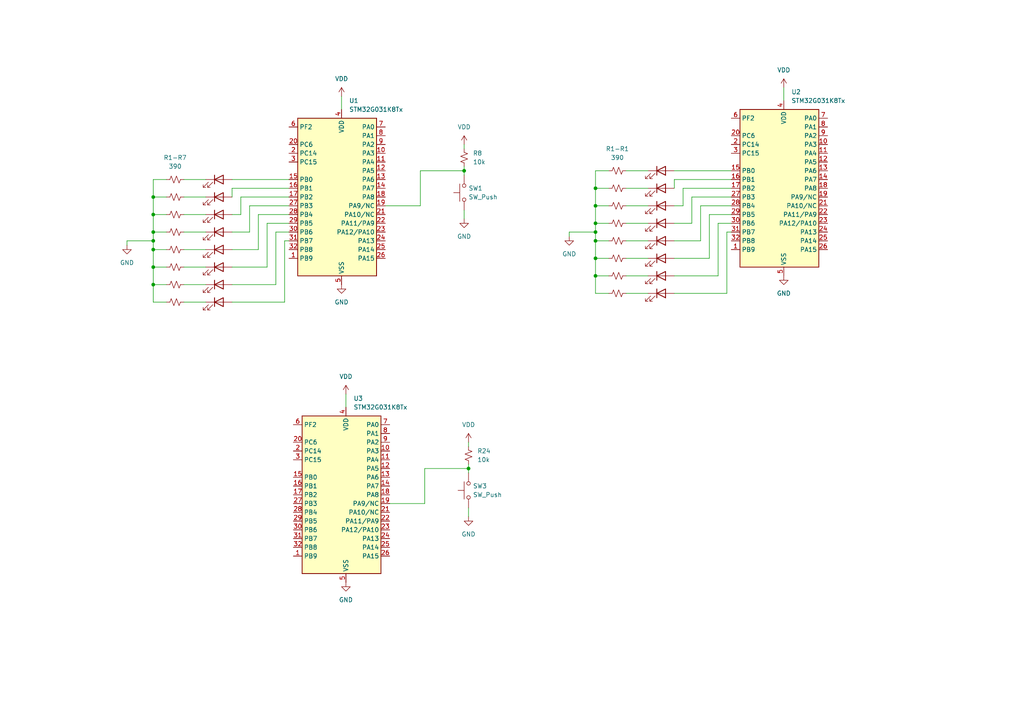
<source format=kicad_sch>
(kicad_sch (version 20230121) (generator eeschema)
  (paper "A4")
  (lib_symbols
    (symbol "Device:LED" (pin_numbers hide) (pin_names (offset 1.016) hide)
      (property "Reference" "D" (at 0 2.54 0))
      (property "Value" "LED" (at 0 -2.54 0))
      (symbol "LED_0_1"
        (polyline (pts (xy -1.27 -1.27) (xy -1.27 1.27)) (stroke (width 0.254)))
        (polyline (pts (xy -1.27 0) (xy 1.27 0)))
        (polyline (pts (xy 1.27 -1.27) (xy 1.27 1.27) (xy -1.27 0) (xy 1.27 -1.27)) (stroke (width 0.254)))
        (polyline (pts (xy -3.048 -0.762) (xy -4.572 -2.286) (xy -3.81 -2.286) (xy -4.572 -2.286) (xy -4.572 -1.524)))
        (polyline (pts (xy -1.778 -0.762) (xy -3.302 -2.286) (xy -2.54 -2.286) (xy -3.302 -2.286) (xy -3.302 -1.524)))
      )
      (symbol "LED_1_1"
        (pin passive line (at -3.81 0 0) (length 2.54) (name "K") (number "1"))
        (pin passive line (at 3.81 0 180) (length 2.54) (name "A") (number "2"))
      )
    )
    (symbol "Device:R_Small_US" (pin_numbers hide) (pin_names (offset 0.254) hide)
      (property "Reference" "R" (at 0.762 0.508 0))
      (property "Value" "R_Small_US" (at 0.762 -1.016 0))
      (symbol "R_Small_US_1_1"
        (polyline (pts (xy 0 0) (xy 1.016 -0.381) (xy 0 -0.762) (xy -1.016 -1.143) (xy 0 -1.524)))
        (polyline (pts (xy 0 1.524) (xy 1.016 1.143) (xy 0 0.762) (xy -1.016 0.381) (xy 0 0)))
        (pin passive line (at 0 2.54 270) (length 1.016) (name "~") (number "1"))
        (pin passive line (at 0 -2.54 90) (length 1.016) (name "~") (number "2"))
      )
    )
    (symbol "MCU_ST_STM32G0:STM32G031K8Tx"
      (property "Reference" "U" (at -10.16 24.13 0))
      (property "Value" "STM32G031K8Tx" (at 5.08 24.13 0))
      (symbol "STM32G031K8Tx_0_1"
        (rectangle (start -10.16 -22.86) (end 12.7 22.86) (stroke (width 0.254)) (fill (type background)))
      )
      (symbol "STM32G031K8Tx_1_1"
        (pin bidirectional line (at -12.7 -17.78 0) (length 2.54) (name "PB9") (number "1"))
        (pin bidirectional line (at 15.24 12.7 180) (length 2.54) (name "PA3") (number "10"))
        (pin bidirectional line (at 15.24 10.16 180) (length 2.54) (name "PA4") (number "11"))
        (pin bidirectional line (at 15.24 7.62 180) (length 2.54) (name "PA5") (number "12"))
        (pin bidirectional line (at 15.24 5.08 180) (length 2.54) (name "PA6") (number "13"))
        (pin bidirectional line (at 15.24 2.54 180) (length 2.54) (name "PA7") (number "14"))
        (pin bidirectional line (at -12.7 5.08 0) (length 2.54) (name "PB0") (number "15"))
        (pin bidirectional line (at -12.7 2.54 0) (length 2.54) (name "PB1") (number "16"))
        (pin bidirectional line (at -12.7 0 0) (length 2.54) (name "PB2") (number "17"))
        (pin bidirectional line (at 15.24 0 180) (length 2.54) (name "PA8") (number "18"))
        (pin bidirectional line (at 15.24 -2.54 180) (length 2.54) (name "PA9/NC") (number "19"))
        (pin bidirectional line (at -12.7 12.7 0) (length 2.54) (name "PC14") (number "2"))
        (pin bidirectional line (at -12.7 15.24 0) (length 2.54) (name "PC6") (number "20"))
        (pin bidirectional line (at 15.24 -5.08 180) (length 2.54) (name "PA10/NC") (number "21"))
        (pin bidirectional line (at 15.24 -7.62 180) (length 2.54) (name "PA11/PA9") (number "22"))
        (pin bidirectional line (at 15.24 -10.16 180) (length 2.54) (name "PA12/PA10") (number "23"))
        (pin bidirectional line (at 15.24 -12.7 180) (length 2.54) (name "PA13") (number "24"))
        (pin bidirectional line (at 15.24 -15.24 180) (length 2.54) (name "PA14") (number "25"))
        (pin bidirectional line (at 15.24 -17.78 180) (length 2.54) (name "PA15") (number "26"))
        (pin bidirectional line (at -12.7 -2.54 0) (length 2.54) (name "PB3") (number "27"))
        (pin bidirectional line (at -12.7 -5.08 0) (length 2.54) (name "PB4") (number "28"))
        (pin bidirectional line (at -12.7 -7.62 0) (length 2.54) (name "PB5") (number "29"))
        (pin bidirectional line (at -12.7 10.16 0) (length 2.54) (name "PC15") (number "3"))
        (pin bidirectional line (at -12.7 -10.16 0) (length 2.54) (name "PB6") (number "30"))
        (pin bidirectional line (at -12.7 -12.7 0) (length 2.54) (name "PB7") (number "31"))
        (pin bidirectional line (at -12.7 -15.24 0) (length 2.54) (name "PB8") (number "32"))
        (pin power_in line (at 2.54 25.4 270) (length 2.54) (name "VDD") (number "4"))
        (pin power_in line (at 2.54 -25.4 90) (length 2.54) (name "VSS") (number "5"))
        (pin bidirectional line (at -12.7 20.32 0) (length 2.54) (name "PF2") (number "6"))
        (pin bidirectional line (at 15.24 20.32 180) (length 2.54) (name "PA0") (number "7"))
        (pin bidirectional line (at 15.24 17.78 180) (length 2.54) (name "PA1") (number "8"))
        (pin bidirectional line (at 15.24 15.24 180) (length 2.54) (name "PA2") (number "9"))
      )
    )
    (symbol "Switch:SW_Push" (pin_numbers hide) (pin_names (offset 1.016) hide)
      (property "Reference" "SW" (at 1.27 2.54 0))
      (property "Value" "SW_Push" (at 0 -1.524 0))
      (symbol "SW_Push_0_1"
        (circle (center -2.032 0) (radius 0.508))
        (polyline (pts (xy 0 1.27) (xy 0 3.048)))
        (polyline (pts (xy 2.54 1.27) (xy -2.54 1.27)))
        (circle (center 2.032 0) (radius 0.508))
        (pin passive line (at -5.08 0 0) (length 2.54) (name "1") (number "1"))
        (pin passive line (at 5.08 0 180) (length 2.54) (name "2") (number "2"))
      )
    )
    (symbol "power:GND" (power) (pin_names (offset 0))
      (property "Value" "GND" (at 0 -3.81 0))
      (symbol "GND_0_1"
        (polyline (pts (xy 0 0) (xy 0 -1.27) (xy 1.27 -1.27) (xy 0 -2.54) (xy -1.27 -1.27) (xy 0 -1.27)))
      )
      (symbol "GND_1_1"
        (pin power_in line (at 0 0 270) (length 0) hide (name "GND") (number "1"))
      )
    )
    (symbol "power:VDD" (power) (pin_names (offset 0))
      (property "Value" "VDD" (at 0 3.81 0))
      (symbol "VDD_0_1"
        (polyline (pts (xy -0.762 1.27) (xy 0 2.54)))
        (polyline (pts (xy 0 0) (xy 0 2.54)))
        (polyline (pts (xy 0 2.54) (xy 0.762 1.27)))
      )
      (symbol "VDD_1_1"
        (pin power_in line (at 0 0 90) (length 0) hide (name "VDD") (number "1"))
      )
    )
  )
  (junction (at 135.89 135.89))
  (junction (at 172.72 80.01))
  (junction (at 172.72 67.31))
  (junction (at 44.45 82.55))
  (junction (at 172.72 69.85))
  (junction (at 172.72 74.93))
  (junction (at 172.72 59.69))
  (junction (at 44.45 57.15))
  (junction (at 172.72 54.61))
  (junction (at 44.45 67.31))
  (junction (at 172.72 64.77))
  (junction (at 44.45 69.85))
  (junction (at 44.45 72.39))
  (junction (at 44.45 62.23))
  (junction (at 134.62 49.53))
  (junction (at 44.45 77.47))
  (wire (pts (xy 212.09 64.77) (xy 208.28 64.77)))
  (wire (pts (xy 80.01 67.31) (xy 80.01 82.55)))
  (wire (pts (xy 53.34 57.15) (xy 59.69 57.15)))
  (wire (pts (xy 205.74 62.23) (xy 205.74 74.93)))
  (wire (pts (xy 227.33 25.4) (xy 227.33 29.21)))
  (wire (pts (xy 181.61 80.01) (xy 187.96 80.01)))
  (wire (pts (xy 53.34 62.23) (xy 59.69 62.23)))
  (wire (pts (xy 134.62 43.18) (xy 134.62 41.91)))
  (wire (pts (xy 83.82 62.23) (xy 74.93 62.23)))
  (wire (pts (xy 72.39 67.31) (xy 72.39 59.69)))
  (wire (pts (xy 44.45 87.63) (xy 48.26 87.63)))
  (wire (pts (xy 121.92 49.53) (xy 134.62 49.53)))
  (wire (pts (xy 195.58 54.61) (xy 195.58 52.07)))
  (wire (pts (xy 135.89 129.54) (xy 135.89 128.27)))
  (wire (pts (xy 44.45 77.47) (xy 44.45 82.55)))
  (wire (pts (xy 210.82 67.31) (xy 210.82 85.09)))
  (wire (pts (xy 172.72 69.85) (xy 176.53 69.85)))
  (wire (pts (xy 44.45 67.31) (xy 44.45 69.85)))
  (wire (pts (xy 195.58 49.53) (xy 212.09 49.53)))
  (wire (pts (xy 172.72 49.53) (xy 172.72 54.61)))
  (wire (pts (xy 53.34 67.31) (xy 59.69 67.31)))
  (wire (pts (xy 83.82 64.77) (xy 77.47 64.77)))
  (wire (pts (xy 172.72 80.01) (xy 172.72 85.09)))
  (wire (pts (xy 200.66 64.77) (xy 200.66 57.15)))
  (wire (pts (xy 53.34 82.55) (xy 59.69 82.55)))
  (wire (pts (xy 36.83 69.85) (xy 44.45 69.85)))
  (wire (pts (xy 172.72 54.61) (xy 176.53 54.61)))
  (wire (pts (xy 172.72 49.53) (xy 176.53 49.53)))
  (wire (pts (xy 44.45 57.15) (xy 44.45 62.23)))
  (wire (pts (xy 195.58 85.09) (xy 210.82 85.09)))
  (wire (pts (xy 53.34 77.47) (xy 59.69 77.47)))
  (wire (pts (xy 134.62 49.53) (xy 134.62 48.26)))
  (wire (pts (xy 99.06 27.94) (xy 99.06 31.75)))
  (wire (pts (xy 44.45 69.85) (xy 44.45 72.39)))
  (wire (pts (xy 113.03 146.05) (xy 123.19 146.05)))
  (wire (pts (xy 111.76 59.69) (xy 121.92 59.69)))
  (wire (pts (xy 165.1 67.31) (xy 172.72 67.31)))
  (wire (pts (xy 212.09 62.23) (xy 205.74 62.23)))
  (wire (pts (xy 208.28 64.77) (xy 208.28 80.01)))
  (wire (pts (xy 121.92 59.69) (xy 121.92 49.53)))
  (wire (pts (xy 67.31 72.39) (xy 74.93 72.39)))
  (wire (pts (xy 134.62 49.53) (xy 134.62 50.8)))
  (wire (pts (xy 181.61 69.85) (xy 187.96 69.85)))
  (wire (pts (xy 172.72 74.93) (xy 176.53 74.93)))
  (wire (pts (xy 181.61 64.77) (xy 187.96 64.77)))
  (wire (pts (xy 172.72 85.09) (xy 176.53 85.09)))
  (wire (pts (xy 44.45 77.47) (xy 48.26 77.47)))
  (wire (pts (xy 135.89 135.89) (xy 135.89 137.16)))
  (wire (pts (xy 44.45 72.39) (xy 44.45 77.47)))
  (wire (pts (xy 69.85 57.15) (xy 69.85 62.23)))
  (wire (pts (xy 200.66 57.15) (xy 212.09 57.15)))
  (wire (pts (xy 181.61 54.61) (xy 187.96 54.61)))
  (wire (pts (xy 172.72 67.31) (xy 172.72 69.85)))
  (wire (pts (xy 181.61 59.69) (xy 187.96 59.69)))
  (wire (pts (xy 53.34 72.39) (xy 59.69 72.39)))
  (wire (pts (xy 123.19 146.05) (xy 123.19 135.89)))
  (wire (pts (xy 181.61 49.53) (xy 187.96 49.53)))
  (wire (pts (xy 172.72 64.77) (xy 176.53 64.77)))
  (wire (pts (xy 53.34 52.07) (xy 59.69 52.07)))
  (wire (pts (xy 44.45 72.39) (xy 48.26 72.39)))
  (wire (pts (xy 134.62 63.5) (xy 134.62 60.96)))
  (wire (pts (xy 67.31 57.15) (xy 67.31 54.61)))
  (wire (pts (xy 74.93 62.23) (xy 74.93 72.39)))
  (wire (pts (xy 77.47 64.77) (xy 77.47 77.47)))
  (wire (pts (xy 195.58 52.07) (xy 212.09 52.07)))
  (wire (pts (xy 172.72 69.85) (xy 172.72 74.93)))
  (wire (pts (xy 172.72 59.69) (xy 176.53 59.69)))
  (wire (pts (xy 195.58 64.77) (xy 200.66 64.77)))
  (wire (pts (xy 44.45 82.55) (xy 44.45 87.63)))
  (wire (pts (xy 172.72 80.01) (xy 176.53 80.01)))
  (wire (pts (xy 44.45 62.23) (xy 48.26 62.23)))
  (wire (pts (xy 172.72 54.61) (xy 172.72 59.69)))
  (wire (pts (xy 44.45 52.07) (xy 44.45 57.15)))
  (wire (pts (xy 44.45 67.31) (xy 48.26 67.31)))
  (wire (pts (xy 195.58 69.85) (xy 203.2 69.85)))
  (wire (pts (xy 82.55 69.85) (xy 82.55 87.63)))
  (wire (pts (xy 181.61 74.93) (xy 187.96 74.93)))
  (wire (pts (xy 181.61 85.09) (xy 187.96 85.09)))
  (wire (pts (xy 212.09 67.31) (xy 210.82 67.31)))
  (wire (pts (xy 67.31 87.63) (xy 82.55 87.63)))
  (wire (pts (xy 83.82 57.15) (xy 69.85 57.15)))
  (wire (pts (xy 203.2 59.69) (xy 203.2 69.85)))
  (wire (pts (xy 123.19 135.89) (xy 135.89 135.89)))
  (wire (pts (xy 135.89 149.86) (xy 135.89 147.32)))
  (wire (pts (xy 135.89 135.89) (xy 135.89 134.62)))
  (wire (pts (xy 67.31 67.31) (xy 72.39 67.31)))
  (wire (pts (xy 205.74 74.93) (xy 195.58 74.93)))
  (wire (pts (xy 72.39 59.69) (xy 83.82 59.69)))
  (wire (pts (xy 67.31 62.23) (xy 69.85 62.23)))
  (wire (pts (xy 77.47 77.47) (xy 67.31 77.47)))
  (wire (pts (xy 100.33 114.3) (xy 100.33 118.11)))
  (wire (pts (xy 172.72 59.69) (xy 172.72 64.77)))
  (wire (pts (xy 212.09 59.69) (xy 203.2 59.69)))
  (wire (pts (xy 36.83 71.12) (xy 36.83 69.85)))
  (wire (pts (xy 44.45 57.15) (xy 48.26 57.15)))
  (wire (pts (xy 195.58 59.69) (xy 198.12 59.69)))
  (wire (pts (xy 67.31 52.07) (xy 83.82 52.07)))
  (wire (pts (xy 198.12 54.61) (xy 198.12 59.69)))
  (wire (pts (xy 172.72 74.93) (xy 172.72 80.01)))
  (wire (pts (xy 53.34 87.63) (xy 59.69 87.63)))
  (wire (pts (xy 44.45 62.23) (xy 44.45 67.31)))
  (wire (pts (xy 165.1 68.58) (xy 165.1 67.31)))
  (wire (pts (xy 83.82 67.31) (xy 80.01 67.31)))
  (wire (pts (xy 67.31 54.61) (xy 83.82 54.61)))
  (wire (pts (xy 80.01 82.55) (xy 67.31 82.55)))
  (wire (pts (xy 44.45 52.07) (xy 48.26 52.07)))
  (wire (pts (xy 212.09 54.61) (xy 198.12 54.61)))
  (wire (pts (xy 44.45 82.55) (xy 48.26 82.55)))
  (wire (pts (xy 172.72 64.77) (xy 172.72 67.31)))
  (wire (pts (xy 83.82 69.85) (xy 82.55 69.85)))
  (wire (pts (xy 208.28 80.01) (xy 195.58 80.01)))
  (symbol (lib_id "Device:R_Small_US") (at 134.62 45.72 180) (unit 1)
    (property "Reference" "R8" (at 137.16 44.45 0) (effects (justify right)))
    (property "Value" "10k" (at 137.16 46.99 0) (effects (justify right)))
  )
  (symbol (lib_id "Device:R_Small_US") (at 50.8 62.23 90) (unit 1)
    (property "Reference" "R1" (effects hide))
    (property "Value" "390" (effects hide))
  )
  (symbol (lib_id "Device:LED") (at 63.5 62.23 0) (unit 1)
    (property "Reference" "D3" (effects hide))
    (property "Value" "LED" (effects hide))
  )
  (symbol (lib_id "Device:R_Small_US") (at 179.07 80.01 90) (unit 1)
    (property "Reference" "R14" (effects hide))
    (property "Value" "390" (effects hide))
  )
  (symbol (lib_id "power:VDD") (at 227.33 25.4 0) (unit 1)
    (property "Reference" "#PWR07" (effects hide))
    (property "Value" "VDD" (at 227.33 20.32 0))
  )
  (symbol (lib_id "Device:R_Small_US") (at 50.8 77.47 90) (unit 1)
    (property "Reference" "R5" (effects hide))
    (property "Value" "390" (effects hide))
  )
  (symbol (lib_id "Device:R_Small_US") (at 179.07 54.61 90) (unit 1)
    (property "Reference" "R9" (effects hide))
    (property "Value" "390" (effects hide))
  )
  (symbol (lib_id "power:VDD") (at 99.06 27.94 0) (unit 1)
    (property "Reference" "#PWR01" (effects hide))
    (property "Value" "VDD" (at 99.06 22.86 0))
  )
  (symbol (lib_id "Device:LED") (at 191.77 49.53 0) (unit 1)
    (property "Reference" "D9" (effects hide))
    (property "Value" "LED" (effects hide))
  )
  (symbol (lib_id "Device:R_Small_US") (at 179.07 69.85 90) (unit 1)
    (property "Reference" "R12" (effects hide))
    (property "Value" "390" (effects hide))
  )
  (symbol (lib_id "Device:R_Small_US") (at 179.07 49.53 90) (unit 1)
    (property "Reference" "R1-R1" (at 179.07 43.18 90))
    (property "Value" "390" (at 179.07 45.72 90))
  )
  (symbol (lib_id "power:VDD") (at 100.33 114.3 0) (unit 1)
    (property "Reference" "#PWR012" (effects hide))
    (property "Value" "VDD" (at 100.33 109.22 0))
  )
  (symbol (lib_id "Device:LED") (at 63.5 52.07 0) (unit 1)
    (property "Reference" "D1" (effects hide))
    (property "Value" "LED" (effects hide))
  )
  (symbol (lib_id "MCU_ST_STM32G0:STM32G031K8Tx") (at 97.79 143.51 0) (unit 1)
    (property "Reference" "U3" (at 102.5241 115.57 0) (effects (justify left)))
    (property "Value" "STM32G031K8Tx" (at 102.5241 118.11 0) (effects (justify left)))
    (property "Footprint" "Package_QFP:LQFP-32_7x7mm_P0.8mm" (effects hide))
    (property "Datasheet" "https://www.st.com/resource/en/datasheet/stm32g031k8.pdf" (effects hide))
  )
  (symbol (lib_id "power:GND") (at 165.1 68.58 0) (unit 1)
    (property "Reference" "#PWR06" (effects hide))
    (property "Value" "GND" (at 165.1 73.66 0))
  )
  (symbol (lib_id "Device:LED") (at 63.5 57.15 0) (unit 1)
    (property "Reference" "D2" (effects hide))
    (property "Value" "LED" (effects hide))
  )
  (symbol (lib_id "power:GND") (at 227.33 80.01 0) (unit 1)
    (property "Reference" "#PWR08" (effects hide))
    (property "Value" "GND" (at 227.33 85.09 0))
  )
  (symbol (lib_id "Device:R_Small_US") (at 179.07 64.77 90) (unit 1)
    (property "Reference" "R11" (effects hide))
    (property "Value" "390" (effects hide))
  )
  (symbol (lib_id "Device:LED") (at 63.5 77.47 0) (unit 1)
    (property "Reference" "D6" (effects hide))
    (property "Value" "LED" (effects hide))
  )
  (symbol (lib_id "Device:R_Small_US") (at 179.07 74.93 90) (unit 1)
    (property "Reference" "R13" (effects hide))
    (property "Value" "390" (effects hide))
  )
  (symbol (lib_id "Device:LED") (at 63.5 67.31 0) (unit 1)
    (property "Reference" "D4" (effects hide))
    (property "Value" "LED" (effects hide))
  )
  (symbol (lib_id "power:GND") (at 135.89 149.86 0) (unit 1)
    (property "Reference" "#PWR015" (effects hide))
    (property "Value" "GND" (at 135.89 154.94 0))
  )
  (symbol (lib_id "MCU_ST_STM32G0:STM32G031K8Tx") (at 96.52 57.15 0) (unit 1)
    (property "Reference" "U1" (at 101.2541 29.21 0) (effects (justify left)))
    (property "Value" "STM32G031K8Tx" (at 101.2541 31.75 0) (effects (justify left)))
    (property "Footprint" "Package_QFP:LQFP-32_7x7mm_P0.8mm" (effects hide))
    (property "Datasheet" "https://www.st.com/resource/en/datasheet/stm32g031k8.pdf" (effects hide))
  )
  (symbol (lib_id "Switch:SW_Push") (at 135.89 142.24 90) (unit 1)
    (property "Reference" "SW3" (at 137.16 140.97 90) (effects (justify right)))
    (property "Value" "SW_Push" (at 137.16 143.51 90) (effects (justify right)))
  )
  (symbol (lib_id "Switch:SW_Push") (at 134.62 55.88 90) (unit 1)
    (property "Reference" "SW1" (at 135.89 54.61 90) (effects (justify right)))
    (property "Value" "SW_Push" (at 135.89 57.15 90) (effects (justify right)))
  )
  (symbol (lib_id "Device:LED") (at 191.77 59.69 0) (unit 1)
    (property "Reference" "D11" (effects hide))
    (property "Value" "LED" (effects hide))
  )
  (symbol (lib_id "Device:LED") (at 63.5 87.63 0) (unit 1)
    (property "Reference" "D8" (effects hide))
    (property "Value" "LED" (effects hide))
  )
  (symbol (lib_id "Device:R_Small_US") (at 50.8 87.63 90) (unit 1)
    (property "Reference" "R7" (effects hide))
    (property "Value" "390" (effects hide))
  )
  (symbol (lib_id "Device:R_Small_US") (at 50.8 67.31 90) (unit 1)
    (property "Reference" "R3" (effects hide))
    (property "Value" "390" (effects hide))
  )
  (symbol (lib_id "Device:R_Small_US") (at 50.8 57.15 90) (unit 1)
    (property "Reference" "R2" (effects hide))
    (property "Value" "390" (effects hide))
  )
  (symbol (lib_id "Device:LED") (at 63.5 82.55 0) (unit 1)
    (property "Reference" "D7" (effects hide))
    (property "Value" "LED" (effects hide))
  )
  (symbol (lib_id "Device:R_Small_US") (at 179.07 85.09 90) (unit 1)
    (property "Reference" "R15" (effects hide))
    (property "Value" "390" (effects hide))
  )
  (symbol (lib_id "Device:LED") (at 191.77 64.77 0) (unit 1)
    (property "Reference" "D12" (effects hide))
    (property "Value" "LED" (effects hide))
  )
  (symbol (lib_id "Device:R_Small_US") (at 179.07 59.69 90) (unit 1)
    (property "Reference" "R10" (effects hide))
    (property "Value" "390" (effects hide))
  )
  (symbol (lib_id "Device:R_Small_US") (at 50.8 72.39 90) (unit 1)
    (property "Reference" "R4" (effects hide))
    (property "Value" "390" (effects hide))
  )
  (symbol (lib_id "power:GND") (at 36.83 71.12 0) (unit 1)
    (property "Reference" "#PWR03" (effects hide))
    (property "Value" "GND" (at 36.83 76.2 0))
  )
  (symbol (lib_id "Device:LED") (at 191.77 80.01 0) (unit 1)
    (property "Reference" "D15" (effects hide))
    (property "Value" "LED" (effects hide))
  )
  (symbol (lib_id "power:GND") (at 134.62 63.5 0) (unit 1)
    (property "Reference" "#PWR05" (effects hide))
    (property "Value" "GND" (at 134.62 68.58 0))
  )
  (symbol (lib_id "Device:LED") (at 191.77 54.61 0) (unit 1)
    (property "Reference" "D10" (effects hide))
    (property "Value" "LED" (effects hide))
  )
  (symbol (lib_id "Device:LED") (at 191.77 85.09 0) (unit 1)
    (property "Reference" "D16" (effects hide))
    (property "Value" "LED" (effects hide))
  )
  (symbol (lib_id "Device:LED") (at 191.77 69.85 0) (unit 1)
    (property "Reference" "D13" (effects hide))
    (property "Value" "LED" (effects hide))
  )
  (symbol (lib_id "MCU_ST_STM32G0:STM32G031K8Tx") (at 224.79 54.61 0) (unit 1)
    (property "Reference" "U2" (at 229.5241 26.67 0) (effects (justify left)))
    (property "Value" "STM32G031K8Tx" (at 229.5241 29.21 0) (effects (justify left)))
    (property "Footprint" "Package_QFP:LQFP-32_7x7mm_P0.8mm" (effects hide))
    (property "Datasheet" "https://www.st.com/resource/en/datasheet/stm32g031k8.pdf" (effects hide))
  )
  (symbol (lib_id "Device:R_Small_US") (at 50.8 82.55 90) (unit 1)
    (property "Reference" "R6" (effects hide))
    (property "Value" "390" (effects hide))
  )
  (symbol (lib_id "power:GND") (at 100.33 168.91 0) (unit 1)
    (property "Reference" "#PWR013" (effects hide))
    (property "Value" "GND" (at 100.33 173.99 0))
  )
  (symbol (lib_id "Device:LED") (at 63.5 72.39 0) (unit 1)
    (property "Reference" "D5" (effects hide))
    (property "Value" "LED" (effects hide))
  )
  (symbol (lib_id "Device:R_Small_US") (at 50.8 52.07 90) (unit 1)
    (property "Reference" "R1-R7" (at 50.8 45.72 90))
    (property "Value" "390" (at 50.8 48.26 90))
  )
  (symbol (lib_id "Device:LED") (at 191.77 74.93 0) (unit 1)
    (property "Reference" "D14" (effects hide))
    (property "Value" "LED" (effects hide))
  )
  (symbol (lib_id "power:VDD") (at 134.62 41.91 0) (unit 1)
    (property "Reference" "#PWR04" (effects hide))
    (property "Value" "VDD" (at 134.62 36.83 0))
  )
  (symbol (lib_id "power:VDD") (at 135.89 128.27 0) (unit 1)
    (property "Reference" "#PWR014" (effects hide))
    (property "Value" "VDD" (at 135.89 123.19 0))
  )
  (symbol (lib_id "Device:R_Small_US") (at 135.89 132.08 180) (unit 1)
    (property "Reference" "R24" (at 138.43 130.81 0) (effects (justify right)))
    (property "Value" "10k" (at 138.43 133.35 0) (effects (justify right)))
  )
  (symbol (lib_id "power:GND") (at 99.06 82.55 0) (unit 1)
    (property "Reference" "#PWR02" (effects hide))
    (property "Value" "GND" (at 99.06 87.63 0))
  )
)
</source>
